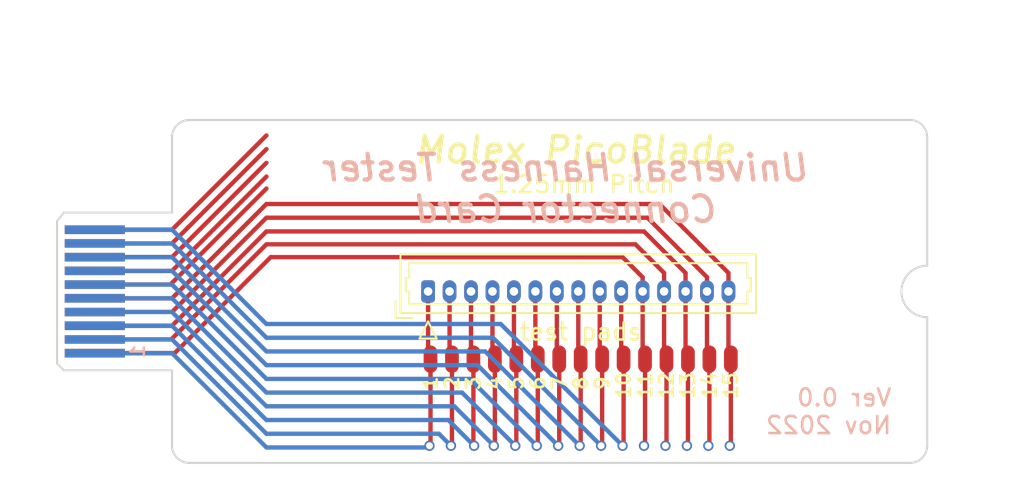
<source format=kicad_pcb>
(kicad_pcb (version 20171130) (host pcbnew "(5.1.10)-1")

  (general
    (thickness 1.6)
    (drawings 10)
    (tracks 154)
    (zones 0)
    (modules 3)
    (nets 16)
  )

  (page A)
  (title_block
    (title "Beetje 32U4 Blok")
    (date 2018-08-10)
    (rev 0.0)
    (company www.MakersBox.us)
    (comment 1 648.ken@gmail.com)
  )

  (layers
    (0 F.Cu signal)
    (31 B.Cu signal)
    (32 B.Adhes user)
    (33 F.Adhes user)
    (34 B.Paste user)
    (35 F.Paste user)
    (36 B.SilkS user hide)
    (37 F.SilkS user)
    (38 B.Mask user)
    (39 F.Mask user)
    (40 Dwgs.User user)
    (41 Cmts.User user)
    (42 Eco1.User user)
    (43 Eco2.User user)
    (44 Edge.Cuts user)
    (45 Margin user)
    (46 B.CrtYd user hide)
    (47 F.CrtYd user)
    (48 B.Fab user hide)
    (49 F.Fab user)
  )

  (setup
    (last_trace_width 0.254)
    (user_trace_width 0.254)
    (user_trace_width 0.3048)
    (user_trace_width 0.3556)
    (user_trace_width 0.4064)
    (user_trace_width 0.6096)
    (trace_clearance 0.2)
    (zone_clearance 0.35)
    (zone_45_only no)
    (trace_min 0.2)
    (via_size 0.6)
    (via_drill 0.4)
    (via_min_size 0.4)
    (via_min_drill 0.3)
    (uvia_size 0.3)
    (uvia_drill 0.1)
    (uvias_allowed no)
    (uvia_min_size 0.2)
    (uvia_min_drill 0.1)
    (edge_width 0.15)
    (segment_width 0.2)
    (pcb_text_width 0.3)
    (pcb_text_size 1.5 1.5)
    (mod_edge_width 0.15)
    (mod_text_size 1 1)
    (mod_text_width 0.15)
    (pad_size 0.5 3.500001)
    (pad_drill 0)
    (pad_to_mask_clearance 0)
    (aux_axis_origin 0 0)
    (grid_origin 137 87)
    (visible_elements 7FFFFFFF)
    (pcbplotparams
      (layerselection 0x010f0_80000001)
      (usegerberextensions false)
      (usegerberattributes true)
      (usegerberadvancedattributes true)
      (creategerberjobfile true)
      (excludeedgelayer true)
      (linewidth 0.100000)
      (plotframeref false)
      (viasonmask false)
      (mode 1)
      (useauxorigin false)
      (hpglpennumber 1)
      (hpglpenspeed 20)
      (hpglpendiameter 15.000000)
      (psnegative false)
      (psa4output false)
      (plotreference true)
      (plotvalue true)
      (plotinvisibletext false)
      (padsonsilk false)
      (subtractmaskfromsilk false)
      (outputformat 1)
      (mirror false)
      (drillshape 0)
      (scaleselection 1)
      (outputdirectory "gerbers/"))
  )

  (net 0 "")
  (net 1 /01)
  (net 2 /02)
  (net 3 /04)
  (net 4 /05)
  (net 5 /06)
  (net 6 /07)
  (net 7 /08)
  (net 8 /03)
  (net 9 /11)
  (net 10 /12)
  (net 11 /13)
  (net 12 /14)
  (net 13 /15)
  (net 14 /09)
  (net 15 /10)

  (net_class Default "This is the default net class."
    (clearance 0.2)
    (trace_width 0.25)
    (via_dia 0.6)
    (via_drill 0.4)
    (uvia_dia 0.3)
    (uvia_drill 0.1)
    (add_net /01)
    (add_net /02)
    (add_net /03)
    (add_net /04)
    (add_net /05)
    (add_net /06)
    (add_net /07)
    (add_net /08)
    (add_net /09)
    (add_net /10)
    (add_net /11)
    (add_net /12)
    (add_net /13)
    (add_net /14)
    (add_net /15)
  )

  (module footprints:Molex_PicoBlade_53047-1510_1x15_P1.25mm_Vertical (layer F.Cu) (tedit 6371A0A9) (tstamp 63746BE7)
    (at 131.92 87)
    (descr "Molex PicoBlade Connector System, 53047-1510, 15 Pins per row (http://www.molex.com/pdm_docs/sd/530470610_sd.pdf), generated with kicad-footprint-generator")
    (tags "connector Molex PicoBlade side entry")
    (path /63B2CD8F)
    (fp_text reference J1 (at -1.27 -3.25) (layer F.SilkS) hide
      (effects (font (size 1 1) (thickness 0.15)))
    )
    (fp_text value "1.25mm Pitch" (at 9.08 -6.25) (layer F.SilkS)
      (effects (font (size 1 1) (thickness 0.15)))
    )
    (fp_line (start 0.5 2.75) (end 0 1.75) (layer F.SilkS) (width 0.12))
    (fp_line (start -0.5 2.75) (end 0.5 2.75) (layer F.SilkS) (width 0.12))
    (fp_line (start 0 1.75) (end -0.5 2.75) (layer F.SilkS) (width 0.12))
    (fp_line (start 19.5 -2.55) (end -2 -2.55) (layer F.CrtYd) (width 0.05))
    (fp_line (start 19.5 1.65) (end 19.5 -2.55) (layer F.CrtYd) (width 0.05))
    (fp_line (start -2 1.65) (end 19.5 1.65) (layer F.CrtYd) (width 0.05))
    (fp_line (start -2 -2.55) (end -2 1.65) (layer F.CrtYd) (width 0.05))
    (fp_line (start 0 0.442893) (end 0.5 1.15) (layer F.Fab) (width 0.1))
    (fp_line (start -0.5 1.15) (end 0 0.442893) (layer F.Fab) (width 0.1))
    (fp_line (start -1.9 1.55) (end -0.9 1.55) (layer F.SilkS) (width 0.12))
    (fp_line (start -1.9 1.55) (end -1.9 0.55) (layer F.SilkS) (width 0.12))
    (fp_line (start 18.6 -1.65) (end 8.75 -1.65) (layer F.SilkS) (width 0.12))
    (fp_line (start 18.6 -0.8) (end 18.6 -1.65) (layer F.SilkS) (width 0.12))
    (fp_line (start 18.8 -0.8) (end 18.6 -0.8) (layer F.SilkS) (width 0.12))
    (fp_line (start 18.8 0) (end 18.8 -0.8) (layer F.SilkS) (width 0.12))
    (fp_line (start 18.6 0) (end 18.8 0) (layer F.SilkS) (width 0.12))
    (fp_line (start 18.6 0.75) (end 18.6 0) (layer F.SilkS) (width 0.12))
    (fp_line (start 8.75 0.75) (end 18.6 0.75) (layer F.SilkS) (width 0.12))
    (fp_line (start -1.1 -1.65) (end 8.75 -1.65) (layer F.SilkS) (width 0.12))
    (fp_line (start -1.1 -0.8) (end -1.1 -1.65) (layer F.SilkS) (width 0.12))
    (fp_line (start -1.3 -0.8) (end -1.1 -0.8) (layer F.SilkS) (width 0.12))
    (fp_line (start -1.3 0) (end -1.3 -0.8) (layer F.SilkS) (width 0.12))
    (fp_line (start -1.1 0) (end -1.3 0) (layer F.SilkS) (width 0.12))
    (fp_line (start -1.1 0.75) (end -1.1 0) (layer F.SilkS) (width 0.12))
    (fp_line (start 8.75 0.75) (end -1.1 0.75) (layer F.SilkS) (width 0.12))
    (fp_line (start 19.11 -2.16) (end -1.61 -2.16) (layer F.SilkS) (width 0.12))
    (fp_line (start 19.11 1.26) (end 19.11 -2.16) (layer F.SilkS) (width 0.12))
    (fp_line (start -1.61 1.26) (end 19.11 1.26) (layer F.SilkS) (width 0.12))
    (fp_line (start -1.61 -2.16) (end -1.61 1.26) (layer F.SilkS) (width 0.12))
    (fp_line (start 19 -2.05) (end -1.5 -2.05) (layer F.Fab) (width 0.1))
    (fp_line (start 19 1.15) (end 19 -2.05) (layer F.Fab) (width 0.1))
    (fp_line (start -1.5 1.15) (end 19 1.15) (layer F.Fab) (width 0.1))
    (fp_line (start -1.5 -2.05) (end -1.5 1.15) (layer F.Fab) (width 0.1))
    (fp_text user %R (at 8.75 -1.35) (layer F.Fab)
      (effects (font (size 1 1) (thickness 0.15)))
    )
    (pad 15 thru_hole oval (at 17.5 0) (size 0.8 1.3) (drill 0.5) (layers *.Cu *.Mask)
      (net 13 /15))
    (pad 14 thru_hole oval (at 16.25 0) (size 0.8 1.3) (drill 0.5) (layers *.Cu *.Mask)
      (net 12 /14))
    (pad 13 thru_hole oval (at 15 0) (size 0.8 1.3) (drill 0.5) (layers *.Cu *.Mask)
      (net 11 /13))
    (pad 12 thru_hole oval (at 13.75 0) (size 0.8 1.3) (drill 0.5) (layers *.Cu *.Mask)
      (net 10 /12))
    (pad 11 thru_hole oval (at 12.5 0) (size 0.8 1.3) (drill 0.5) (layers *.Cu *.Mask)
      (net 9 /11))
    (pad 10 thru_hole oval (at 11.25 0) (size 0.8 1.3) (drill 0.5) (layers *.Cu *.Mask)
      (net 15 /10))
    (pad 9 thru_hole oval (at 10 0) (size 0.8 1.3) (drill 0.5) (layers *.Cu *.Mask)
      (net 14 /09))
    (pad 8 thru_hole oval (at 8.75 0) (size 0.8 1.3) (drill 0.5) (layers *.Cu *.Mask)
      (net 7 /08))
    (pad 7 thru_hole oval (at 7.5 0) (size 0.8 1.3) (drill 0.5) (layers *.Cu *.Mask)
      (net 6 /07))
    (pad 6 thru_hole oval (at 6.25 0) (size 0.8 1.3) (drill 0.5) (layers *.Cu *.Mask)
      (net 5 /06))
    (pad 5 thru_hole oval (at 5 0) (size 0.8 1.3) (drill 0.5) (layers *.Cu *.Mask)
      (net 4 /05))
    (pad 4 thru_hole oval (at 3.75 0) (size 0.8 1.3) (drill 0.5) (layers *.Cu *.Mask)
      (net 3 /04))
    (pad 3 thru_hole oval (at 2.5 0) (size 0.8 1.3) (drill 0.5) (layers *.Cu *.Mask)
      (net 8 /03))
    (pad 2 thru_hole oval (at 1.25 0) (size 0.8 1.3) (drill 0.5) (layers *.Cu *.Mask)
      (net 2 /02))
    (pad 1 thru_hole roundrect (at 0 0) (size 0.8 1.3) (drill 0.5) (layers *.Cu *.Mask) (roundrect_rratio 0.25)
      (net 1 /01))
    (model ${KIPRJMOD}/3D/53047-1510.stp
      (offset (xyz 8.75 0.5 2))
      (scale (xyz 1 1 1))
      (rotate (xyz 0 0 0))
    )
  )

  (module Connector_Molex:Molex_PicoBlade_53261-1571_1x15-1MP_P1.25mm_Horizontal (layer F.Cu) (tedit 6371B53D) (tstamp 63747190)
    (at 140.81 93.35)
    (descr "Molex PicoBlade series connector, 53261-1571 (http://www.molex.com/pdm_docs/sd/532610271_sd.pdf), generated with kicad-footprint-generator")
    (tags "connector Molex PicoBlade top entry")
    (path /63B594FE)
    (attr smd)
    (fp_text reference J3 (at 0 -4.4) (layer F.SilkS) hide
      (effects (font (size 1 1) (thickness 0.15)))
    )
    (fp_text value "test pads" (at 0 -4) (layer F.SilkS)
      (effects (font (size 1 1) (thickness 0.15)))
    )
    (fp_text user 1 (at -8.75 -1 90) (layer F.SilkS)
      (effects (font (size 0.8 0.8) (thickness 0.15)))
    )
    (fp_text user 2 (at -7.5 -1 90) (layer F.SilkS)
      (effects (font (size 0.8 0.8) (thickness 0.15)))
    )
    (fp_text user 3 (at -6.25 -1 90) (layer F.SilkS)
      (effects (font (size 0.8 0.8) (thickness 0.15)))
    )
    (fp_text user 4 (at -5 -1 90) (layer F.SilkS)
      (effects (font (size 0.8 0.8) (thickness 0.15)))
    )
    (fp_text user 5 (at -3.75 -1 90) (layer F.SilkS)
      (effects (font (size 0.8 0.8) (thickness 0.15)))
    )
    (fp_text user 6 (at -2.5 -1 90) (layer F.SilkS)
      (effects (font (size 0.8 0.8) (thickness 0.15)))
    )
    (fp_text user 7 (at -1.25 -1 90) (layer F.SilkS)
      (effects (font (size 0.8 0.8) (thickness 0.15)))
    )
    (fp_text user 8 (at 0 -1 90) (layer F.SilkS)
      (effects (font (size 0.8 0.8) (thickness 0.15)))
    )
    (fp_text user 9 (at 1.25 -1 90) (layer F.SilkS)
      (effects (font (size 0.8 0.8) (thickness 0.15)))
    )
    (fp_text user 10 (at 2.5 0 90) (layer F.SilkS)
      (effects (font (size 0.8 0.8) (thickness 0.15)) (justify left))
    )
    (fp_text user 11 (at 3.75 0 90) (layer F.SilkS)
      (effects (font (size 0.8 0.8) (thickness 0.15)) (justify left))
    )
    (fp_text user 12 (at 5 0 90) (layer F.SilkS)
      (effects (font (size 0.8 0.8) (thickness 0.15)) (justify left))
    )
    (fp_text user 13 (at 6.25 0 90) (layer F.SilkS)
      (effects (font (size 0.8 0.8) (thickness 0.15)) (justify left))
    )
    (fp_text user 14 (at 7.5 0 90) (layer F.SilkS)
      (effects (font (size 0.8 0.8) (thickness 0.15)) (justify left))
    )
    (fp_text user 15 (at 8.75 0 90) (layer F.SilkS)
      (effects (font (size 0.8 0.8) (thickness 0.15)) (justify left))
    )
    (pad 1 smd oval (at -8.75 -2.4) (size 0.8 1.6) (layers F.Cu F.Paste F.Mask)
      (net 1 /01))
    (pad 2 smd oval (at -7.5 -2.4) (size 0.8 1.6) (layers F.Cu F.Paste F.Mask)
      (net 2 /02))
    (pad 3 smd oval (at -6.25 -2.4) (size 0.8 1.6) (layers F.Cu F.Paste F.Mask)
      (net 8 /03))
    (pad 4 smd oval (at -5 -2.4) (size 0.8 1.6) (layers F.Cu F.Paste F.Mask)
      (net 3 /04))
    (pad 5 smd oval (at -3.75 -2.4) (size 0.8 1.6) (layers F.Cu F.Paste F.Mask)
      (net 4 /05))
    (pad 6 smd oval (at -2.5 -2.4) (size 0.8 1.6) (layers F.Cu F.Paste F.Mask)
      (net 5 /06))
    (pad 7 smd oval (at -1.25 -2.4) (size 0.8 1.6) (layers F.Cu F.Paste F.Mask)
      (net 6 /07))
    (pad 8 smd oval (at 0 -2.4) (size 0.8 1.6) (layers F.Cu F.Paste F.Mask)
      (net 7 /08))
    (pad 9 smd oval (at 1.25 -2.4) (size 0.8 1.6) (layers F.Cu F.Paste F.Mask)
      (net 14 /09))
    (pad 10 smd oval (at 2.5 -2.4) (size 0.8 1.6) (layers F.Cu F.Paste F.Mask)
      (net 15 /10))
    (pad 11 smd oval (at 3.75 -2.4) (size 0.8 1.6) (layers F.Cu F.Paste F.Mask)
      (net 9 /11))
    (pad 12 smd oval (at 5 -2.4) (size 0.8 1.6) (layers F.Cu F.Paste F.Mask)
      (net 10 /12))
    (pad 13 smd oval (at 6.25 -2.4) (size 0.8 1.6) (layers F.Cu F.Paste F.Mask)
      (net 11 /13))
    (pad 14 smd oval (at 7.5 -2.4) (size 0.8 1.6) (layers F.Cu F.Paste F.Mask)
      (net 12 /14))
    (pad 15 smd oval (at 8.75 -2.4) (size 0.8 1.6) (layers F.Cu F.Paste F.Mask)
      (net 13 /15))
  )

  (module footprints:MEC8_card locked (layer F.Cu) (tedit 63706177) (tstamp 63714F1F)
    (at 112.5 87 90)
    (descr "0.8mm RIGHT ANGLE EDGE CARD ASSEMBLY.")
    (path /63BB3F50)
    (fp_text reference J0 (at 0 -3.5 90) (layer F.SilkS) hide
      (effects (font (size 0.788457 0.788457) (thickness 0.15)))
    )
    (fp_text value "Card Edge" (at -0.1 -4.8 90) (layer F.Fab)
      (effects (font (size 0.787685 0.787685) (thickness 0.15)))
    )
    (fp_line (start 0 50.5) (end 0 45.42) (layer Dwgs.User) (width 0.12))
    (fp_line (start -3.6 -1.75) (end 3.6 -1.75) (layer Dwgs.User) (width 0.12))
    (fp_line (start -9 48.5) (end -1.5 48.5) (layer Edge.Cuts) (width 0.12))
    (fp_line (start 9 48.5) (end 1.5 48.5) (layer Edge.Cuts) (width 0.12))
    (fp_line (start 10 47.5) (end 10 5.5) (layer Edge.Cuts) (width 0.12))
    (fp_line (start 4.6 4.5) (end 9 4.5) (layer Edge.Cuts) (width 0.12))
    (fp_line (start -4.6 4.5) (end -9 4.5) (layer Edge.Cuts) (width 0.12))
    (fp_line (start -10 5.5) (end -10 47.5) (layer Edge.Cuts) (width 0.12))
    (fp_line (start -4.6 -1.8) (end -4.2 -2.2) (layer Edge.Cuts) (width 0.12))
    (fp_line (start 4.6 -1.8) (end 4.1 -2.2) (layer Edge.Cuts) (width 0.12))
    (fp_line (start 4.1 -2.2) (end -4.2 -2.2) (layer Edge.Cuts) (width 0.12))
    (fp_line (start -4.6 -1.8) (end -4.6 4.5) (layer Edge.Cuts) (width 0.12))
    (fp_line (start 4.6 -1.8) (end 4.6 4.5) (layer Edge.Cuts) (width 0.12))
    (fp_text user 1 (at -3.5 2.5 90) (layer B.SilkS)
      (effects (font (size 0.788882 0.788882) (thickness 0.15)) (justify mirror))
    )
    (fp_arc (start 0 48.5) (end 1.5 48.5) (angle -180) (layer Edge.Cuts) (width 0.12))
    (fp_arc (start -9 47.5) (end -10 47.5) (angle -90) (layer Edge.Cuts) (width 0.12))
    (fp_arc (start 9 47.5) (end 9 48.5) (angle -90) (layer Edge.Cuts) (width 0.12))
    (fp_arc (start -9 5.5) (end -9 4.5) (angle -90) (layer Edge.Cuts) (width 0.12))
    (fp_arc (start 9 5.5) (end 10 5.5) (angle -90) (layer Edge.Cuts) (width 0.12))
    (pad 20 smd rect (at 3.6 0 90) (size 0.5 3.5) (layers F.Cu F.Paste F.Mask))
    (pad 11 smd rect (at -3.6 0 90) (size 0.5 3.5) (layers F.Cu F.Paste F.Mask)
      (net 9 /11))
    (pad 12 smd rect (at -2.8 0 90) (size 0.5 3.5) (layers F.Cu F.Paste F.Mask)
      (net 10 /12))
    (pad 13 smd rect (at -2 0 90) (size 0.5 3.500001) (layers F.Cu F.Paste F.Mask)
      (net 11 /13))
    (pad 14 smd rect (at -1.2 0 90) (size 0.5 3.5) (layers F.Cu F.Paste F.Mask)
      (net 12 /14))
    (pad 15 smd rect (at -0.4 0 90) (size 0.5 3.5) (layers F.Cu F.Paste F.Mask)
      (net 13 /15))
    (pad 16 smd rect (at 0.4 0 90) (size 0.5 3.5) (layers F.Cu F.Paste F.Mask))
    (pad 17 smd rect (at 1.2 0 90) (size 0.5 3.5) (layers F.Cu F.Paste F.Mask))
    (pad 18 smd rect (at 2 0 90) (size 0.5 3.5) (layers F.Cu F.Paste F.Mask))
    (pad 19 smd rect (at 2.8 0 90) (size 0.5 3.5) (layers F.Cu F.Paste F.Mask))
    (pad 1 smd rect (at -3.6 0 90) (size 0.5 3.5) (layers B.Cu B.Paste B.Mask)
      (net 1 /01))
    (pad 2 smd rect (at -2.8 0 90) (size 0.5 3.5) (layers B.Cu B.Paste B.Mask)
      (net 2 /02))
    (pad 3 smd rect (at -2 0 90) (size 0.5 3.5) (layers B.Cu B.Paste B.Mask)
      (net 8 /03))
    (pad 4 smd rect (at -1.2 0 90) (size 0.5 3.5) (layers B.Cu B.Paste B.Mask)
      (net 3 /04))
    (pad 5 smd rect (at -0.4 0 90) (size 0.5 3.5) (layers B.Cu B.Paste B.Mask)
      (net 4 /05))
    (pad 6 smd rect (at 0.4 0 90) (size 0.5 3.5) (layers B.Cu B.Paste B.Mask)
      (net 5 /06))
    (pad 7 smd rect (at 1.2 0 90) (size 0.5 3.5) (layers B.Cu B.Paste B.Mask)
      (net 6 /07))
    (pad 8 smd rect (at 2 0 90) (size 0.5 3.5) (layers B.Cu B.Paste B.Mask)
      (net 7 /08))
    (pad 9 smd rect (at 2.8 0 90) (size 0.5 3.5) (layers B.Cu B.Paste B.Mask)
      (net 14 /09))
    (pad 10 smd rect (at 3.6 0 90) (size 0.5 3.5) (layers B.Cu B.Paste B.Mask)
      (net 15 /10))
  )

  (gr_text "Molex PicoBlade" (at 140.5 78.75) (layer F.SilkS)
    (effects (font (size 1.5 1.5) (thickness 0.25) italic))
  )
  (gr_line (start 125.7 96) (end 151.9 96) (layer Dwgs.User) (width 0.15))
  (dimension 5.5 (width 0.15) (layer Dwgs.User)
    (gr_text "5.500 mm" (at 119.75 99.8) (layer Dwgs.User)
      (effects (font (size 1 1) (thickness 0.15)))
    )
    (feature1 (pts (xy 122.5 96) (xy 122.5 99.086421)))
    (feature2 (pts (xy 117 96) (xy 117 99.086421)))
    (crossbar (pts (xy 117 98.5) (xy 122.5 98.5)))
    (arrow1a (pts (xy 122.5 98.5) (xy 121.373496 99.086421)))
    (arrow1b (pts (xy 122.5 98.5) (xy 121.373496 97.913579)))
    (arrow2a (pts (xy 117 98.5) (xy 118.126504 99.086421)))
    (arrow2b (pts (xy 117 98.5) (xy 118.126504 97.913579)))
  )
  (gr_line (start 122.5 96.5) (end 122.5 77.5) (layer Dwgs.User) (width 0.15))
  (gr_line (start 117 91) (end 117 83) (layer Dwgs.User) (width 0.15))
  (gr_text "Universal Harness Tester\nConnector Card" (at 140 81) (layer B.SilkS)
    (effects (font (size 1.5 1.5) (thickness 0.25) italic) (justify mirror))
  )
  (gr_text "Ver 0.0\nNov 2022" (at 159 94) (layer B.SilkS)
    (effects (font (size 1 1) (thickness 0.15)) (justify left mirror))
  )
  (dimension 51 (width 0.15) (layer Dwgs.User) (tstamp 6371AC91)
    (gr_text "51 mm" (at 135.5 70.7) (layer Dwgs.User) (tstamp 6371AC91)
      (effects (font (size 1 1) (thickness 0.15)))
    )
    (feature1 (pts (xy 110 82) (xy 110 71.413579)))
    (feature2 (pts (xy 161 82) (xy 161 71.413579)))
    (crossbar (pts (xy 161 72) (xy 110 72)))
    (arrow1a (pts (xy 110 72) (xy 111.126504 71.413579)))
    (arrow1b (pts (xy 110 72) (xy 111.126504 72.586421)))
    (arrow2a (pts (xy 161 72) (xy 159.873496 71.413579)))
    (arrow2b (pts (xy 161 72) (xy 159.873496 72.586421)))
  )
  (dimension 44 (width 0.15) (layer Dwgs.User) (tstamp 63716C7C)
    (gr_text "44 mm" (at 139 73.7) (layer Dwgs.User) (tstamp 63716C7C)
      (effects (font (size 1 1) (thickness 0.15)) hide)
    )
    (feature1 (pts (xy 117 78) (xy 117 74.413579)))
    (feature2 (pts (xy 161 78) (xy 161 74.413579)))
    (crossbar (pts (xy 161 75) (xy 117 75)))
    (arrow1a (pts (xy 117 75) (xy 118.126504 74.413579)))
    (arrow1b (pts (xy 117 75) (xy 118.126504 75.586421)))
    (arrow2a (pts (xy 161 75) (xy 159.873496 74.413579)))
    (arrow2b (pts (xy 161 75) (xy 159.873496 75.586421)))
  )
  (dimension 20 (width 0.15) (layer Dwgs.User)
    (gr_text "20 mm" (at 165.3 87 -90) (layer Dwgs.User)
      (effects (font (size 1 1) (thickness 0.15)))
    )
    (feature1 (pts (xy 160 97) (xy 164.586421 97)))
    (feature2 (pts (xy 160 77) (xy 164.586421 77)))
    (crossbar (pts (xy 164 77) (xy 164 97)))
    (arrow1a (pts (xy 164 97) (xy 163.413579 95.873496)))
    (arrow1b (pts (xy 164 97) (xy 164.586421 95.873496)))
    (arrow2a (pts (xy 164 77) (xy 163.413579 78.126504)))
    (arrow2b (pts (xy 164 77) (xy 164.586421 78.126504)))
  )

  (segment (start 112.5 83.4) (end 117 83.4) (width 0.254) (layer F.Cu) (net 0) (status 10))
  (segment (start 112.5 84.2) (end 117 84.2) (width 0.254) (layer F.Cu) (net 0) (status 10))
  (segment (start 117 83.4) (end 122.5 77.9) (width 0.254) (layer F.Cu) (net 0))
  (segment (start 117 84.2) (end 122.5 78.7) (width 0.254) (layer F.Cu) (net 0))
  (segment (start 112.5 83.4) (end 117 83.4) (width 0.254) (layer B.Cu) (net 15) (status 10))
  (segment (start 117 83.4) (end 122.5 88.9) (width 0.254) (layer B.Cu) (net 15))
  (segment (start 112.5 85) (end 117 85) (width 0.254) (layer F.Cu) (net 0) (status 10))
  (segment (start 117 85) (end 122.5 79.5) (width 0.254) (layer F.Cu) (net 0))
  (segment (start 112.5 85.8) (end 117 85.8) (width 0.254) (layer F.Cu) (net 0) (status 10))
  (segment (start 117 85.8) (end 122.5 80.3) (width 0.254) (layer F.Cu) (net 0))
  (segment (start 112.5 86.6) (end 117 86.6) (width 0.254) (layer F.Cu) (net 0) (status 10))
  (segment (start 117 86.6) (end 117 86.5) (width 0.254) (layer F.Cu) (net 0))
  (segment (start 117 86.5) (end 122.5 81) (width 0.254) (layer F.Cu) (net 0))
  (segment (start 112.5 87.4) (end 117 87.4) (width 0.254) (layer F.Cu) (net 13) (status 10))
  (segment (start 117 87.4) (end 122.5 81.9) (width 0.254) (layer F.Cu) (net 13))
  (segment (start 112.5 88.2) (end 117 88.2) (width 0.254) (layer F.Cu) (net 12) (status 10))
  (segment (start 117 88.2) (end 122.5 82.7) (width 0.254) (layer F.Cu) (net 12))
  (segment (start 112.5 84.2) (end 117 84.2) (width 0.254) (layer B.Cu) (net 14) (status 10))
  (segment (start 117 84.2) (end 122.5 89.7) (width 0.254) (layer B.Cu) (net 14))
  (segment (start 117 90.6) (end 122.5 96.1) (width 0.254) (layer B.Cu) (net 1))
  (segment (start 112.5 90.6) (end 117 90.6) (width 0.254) (layer B.Cu) (net 1) (status 10))
  (segment (start 131.92 90.81) (end 132.06 90.95) (width 0.254) (layer F.Cu) (net 1) (status 30))
  (segment (start 131.92 87) (end 131.92 90.81) (width 0.254) (layer F.Cu) (net 1) (status 30))
  (via (at 132 96) (size 0.6) (drill 0.4) (layers F.Cu B.Cu) (net 1))
  (segment (start 132.06 95.94) (end 132 96) (width 0.254) (layer F.Cu) (net 1))
  (segment (start 132.06 90.95) (end 132.06 95.94) (width 0.254) (layer F.Cu) (net 1) (status 10))
  (segment (start 131.9 96.1) (end 132 96) (width 0.254) (layer B.Cu) (net 1))
  (segment (start 122.5 96.1) (end 131.9 96.1) (width 0.254) (layer B.Cu) (net 1))
  (segment (start 112.5 89.8) (end 117 89.8) (width 0.254) (layer B.Cu) (net 2) (status 10))
  (segment (start 117 89.8) (end 122.5 95.3) (width 0.254) (layer B.Cu) (net 2))
  (segment (start 133.17 90.81) (end 133.31 90.95) (width 0.254) (layer F.Cu) (net 2) (status 30))
  (segment (start 133.17 87) (end 133.17 90.81) (width 0.254) (layer F.Cu) (net 2) (status 30))
  (segment (start 133.31 95.81) (end 133.4 95.9) (width 0.254) (layer F.Cu) (net 2))
  (segment (start 133.31 90.95) (end 133.31 95.81) (width 0.254) (layer F.Cu) (net 2) (status 10))
  (via (at 133.25 96) (size 0.6) (drill 0.4) (layers F.Cu B.Cu) (net 2))
  (segment (start 133.31 95.94) (end 133.25 96) (width 0.254) (layer F.Cu) (net 2))
  (segment (start 133.31 95.81) (end 133.31 95.94) (width 0.254) (layer F.Cu) (net 2))
  (segment (start 132.55 95.3) (end 133.25 96) (width 0.254) (layer B.Cu) (net 2))
  (segment (start 122.5 95.3) (end 132.55 95.3) (width 0.254) (layer B.Cu) (net 2))
  (segment (start 112.5 88.2) (end 117 88.2) (width 0.254) (layer B.Cu) (net 3) (status 10))
  (segment (start 117 88.2) (end 122.5 93.7) (width 0.254) (layer B.Cu) (net 3))
  (segment (start 135.67 90.81) (end 135.81 90.95) (width 0.254) (layer F.Cu) (net 3) (status 30))
  (segment (start 135.67 87) (end 135.67 90.81) (width 0.254) (layer F.Cu) (net 3) (status 30))
  (via (at 135.75 96) (size 0.6) (drill 0.4) (layers F.Cu B.Cu) (net 3))
  (segment (start 135.81 95.94) (end 135.75 96) (width 0.254) (layer F.Cu) (net 3))
  (segment (start 135.81 90.95) (end 135.81 95.94) (width 0.254) (layer F.Cu) (net 3) (status 10))
  (segment (start 133.45 93.7) (end 135.75 96) (width 0.254) (layer B.Cu) (net 3))
  (segment (start 122.5 93.7) (end 133.45 93.7) (width 0.254) (layer B.Cu) (net 3))
  (segment (start 112.5 87.4) (end 117 87.4) (width 0.254) (layer B.Cu) (net 4) (status 10))
  (segment (start 117 87.4) (end 122.5 92.9) (width 0.254) (layer B.Cu) (net 4))
  (segment (start 136.92 90.81) (end 137.06 90.95) (width 0.254) (layer F.Cu) (net 4) (status 30))
  (segment (start 136.92 87) (end 136.92 90.81) (width 0.254) (layer F.Cu) (net 4) (status 30))
  (via (at 137 96) (size 0.6) (drill 0.4) (layers F.Cu B.Cu) (net 4))
  (segment (start 137.06 95.94) (end 137 96) (width 0.254) (layer F.Cu) (net 4))
  (segment (start 137.06 90.95) (end 137.06 95.94) (width 0.254) (layer F.Cu) (net 4) (status 10))
  (segment (start 133.9 92.9) (end 137 96) (width 0.254) (layer B.Cu) (net 4))
  (segment (start 122.5 92.9) (end 133.9 92.9) (width 0.254) (layer B.Cu) (net 4))
  (segment (start 112.5 86.6) (end 117 86.6) (width 0.254) (layer B.Cu) (net 5) (status 10))
  (segment (start 117 86.6) (end 122.5 92.1) (width 0.254) (layer B.Cu) (net 5))
  (segment (start 138.17 90.81) (end 138.31 90.95) (width 0.254) (layer F.Cu) (net 5) (status 30))
  (segment (start 138.17 87) (end 138.17 90.81) (width 0.254) (layer F.Cu) (net 5) (status 30))
  (via (at 138.25 96) (size 0.6) (drill 0.4) (layers F.Cu B.Cu) (net 5))
  (segment (start 138.31 95.94) (end 138.25 96) (width 0.254) (layer F.Cu) (net 5))
  (segment (start 138.31 90.95) (end 138.31 95.94) (width 0.254) (layer F.Cu) (net 5) (status 10))
  (segment (start 134.35 92.1) (end 138.25 96) (width 0.254) (layer B.Cu) (net 5))
  (segment (start 122.5 92.1) (end 134.35 92.1) (width 0.254) (layer B.Cu) (net 5))
  (segment (start 112.5 85.8) (end 117 85.8) (width 0.254) (layer B.Cu) (net 6) (status 10))
  (segment (start 117 85.8) (end 122.5 91.3) (width 0.254) (layer B.Cu) (net 6))
  (segment (start 139.42 90.81) (end 139.56 90.95) (width 0.254) (layer F.Cu) (net 6) (status 30))
  (segment (start 139.42 87) (end 139.42 90.81) (width 0.254) (layer F.Cu) (net 6) (status 30))
  (via (at 139.5 96) (size 0.6) (drill 0.4) (layers F.Cu B.Cu) (net 6))
  (segment (start 139.56 95.94) (end 139.5 96) (width 0.254) (layer F.Cu) (net 6))
  (segment (start 139.56 90.95) (end 139.56 95.94) (width 0.254) (layer F.Cu) (net 6) (status 10))
  (segment (start 134.8 91.3) (end 139.5 96) (width 0.254) (layer B.Cu) (net 6))
  (segment (start 122.5 91.3) (end 134.8 91.3) (width 0.254) (layer B.Cu) (net 6))
  (segment (start 112.5 85) (end 117 85) (width 0.254) (layer B.Cu) (net 7) (status 10))
  (segment (start 117 85) (end 122.5 90.5) (width 0.254) (layer B.Cu) (net 7))
  (segment (start 140.67 90.81) (end 140.81 90.95) (width 0.254) (layer F.Cu) (net 7) (status 30))
  (segment (start 140.67 87) (end 140.67 90.81) (width 0.254) (layer F.Cu) (net 7) (status 30))
  (via (at 140.75 96) (size 0.6) (drill 0.4) (layers F.Cu B.Cu) (net 7))
  (segment (start 140.81 95.94) (end 140.75 96) (width 0.254) (layer F.Cu) (net 7))
  (segment (start 140.81 90.95) (end 140.81 95.94) (width 0.254) (layer F.Cu) (net 7) (status 10))
  (segment (start 135.25 90.5) (end 140.75 96) (width 0.254) (layer B.Cu) (net 7))
  (segment (start 122.5 90.5) (end 135.25 90.5) (width 0.254) (layer B.Cu) (net 7))
  (segment (start 112.5 89) (end 117 89) (width 0.254) (layer B.Cu) (net 8) (status 10))
  (segment (start 117 89) (end 122.5 94.5) (width 0.254) (layer B.Cu) (net 8))
  (segment (start 134.42 90.81) (end 134.56 90.95) (width 0.254) (layer F.Cu) (net 8) (status 30))
  (segment (start 134.42 87) (end 134.42 90.81) (width 0.254) (layer F.Cu) (net 8) (status 30))
  (via (at 134.6 96) (size 0.6) (drill 0.4) (layers F.Cu B.Cu) (net 8))
  (segment (start 134.56 95.96) (end 134.6 96) (width 0.254) (layer F.Cu) (net 8))
  (segment (start 134.56 90.95) (end 134.56 95.96) (width 0.254) (layer F.Cu) (net 8) (status 10))
  (segment (start 133.1 94.5) (end 134.6 96) (width 0.254) (layer B.Cu) (net 8))
  (segment (start 122.5 94.5) (end 133.1 94.5) (width 0.254) (layer B.Cu) (net 8))
  (segment (start 144.42 90.81) (end 144.56 90.95) (width 0.254) (layer F.Cu) (net 9) (status 30))
  (segment (start 144.42 87) (end 144.42 90.81) (width 0.254) (layer F.Cu) (net 9) (status 30))
  (via (at 144.5 96) (size 0.6) (drill 0.4) (layers F.Cu B.Cu) (net 9))
  (segment (start 144.56 95.94) (end 144.5 96) (width 0.254) (layer F.Cu) (net 9))
  (segment (start 144.56 90.95) (end 144.56 95.94) (width 0.254) (layer F.Cu) (net 9) (status 10))
  (segment (start 144.42 86.17) (end 144.42 87) (width 0.254) (layer F.Cu) (net 9) (status 20))
  (segment (start 143.25 85) (end 144.42 86.17) (width 0.254) (layer F.Cu) (net 9))
  (segment (start 122.75 85) (end 143.25 85) (width 0.254) (layer F.Cu) (net 9))
  (segment (start 117.15 90.6) (end 122.75 85) (width 0.254) (layer F.Cu) (net 9))
  (segment (start 112.5 90.6) (end 117.15 90.6) (width 0.254) (layer F.Cu) (net 9) (status 10))
  (segment (start 145.67 90.81) (end 145.81 90.95) (width 0.254) (layer F.Cu) (net 10) (status 30))
  (segment (start 145.67 87) (end 145.67 90.81) (width 0.254) (layer F.Cu) (net 10) (status 30))
  (via (at 145.75 96) (size 0.6) (drill 0.4) (layers F.Cu B.Cu) (net 10))
  (segment (start 145.81 95.94) (end 145.75 96) (width 0.254) (layer F.Cu) (net 10))
  (segment (start 145.81 90.95) (end 145.81 95.94) (width 0.254) (layer F.Cu) (net 10) (status 10))
  (segment (start 145.67 85.92) (end 145.67 87) (width 0.254) (layer F.Cu) (net 10) (status 20))
  (segment (start 144 84.25) (end 145.67 85.92) (width 0.254) (layer F.Cu) (net 10))
  (segment (start 122.5 84.25) (end 144 84.25) (width 0.254) (layer F.Cu) (net 10))
  (segment (start 117 89.75) (end 122.5 84.25) (width 0.254) (layer F.Cu) (net 10))
  (segment (start 117 89.8) (end 117 89.75) (width 0.254) (layer F.Cu) (net 10))
  (segment (start 112.5 89.8) (end 117 89.8) (width 0.254) (layer F.Cu) (net 10) (status 10))
  (segment (start 146.92 90.81) (end 147.06 90.95) (width 0.254) (layer F.Cu) (net 11) (status 30))
  (segment (start 146.92 87) (end 146.92 90.81) (width 0.254) (layer F.Cu) (net 11) (status 30))
  (via (at 147 96) (size 0.6) (drill 0.4) (layers F.Cu B.Cu) (net 11))
  (segment (start 147.06 95.94) (end 147 96) (width 0.254) (layer F.Cu) (net 11))
  (segment (start 147.06 90.95) (end 147.06 95.94) (width 0.254) (layer F.Cu) (net 11) (status 10))
  (segment (start 146.92 85.92) (end 146.92 87) (width 0.254) (layer F.Cu) (net 11) (status 20))
  (segment (start 144.5 83.5) (end 146.92 85.92) (width 0.254) (layer F.Cu) (net 11))
  (segment (start 122.5 83.5) (end 144.5 83.5) (width 0.254) (layer F.Cu) (net 11))
  (segment (start 117 89) (end 122.5 83.5) (width 0.254) (layer F.Cu) (net 11))
  (segment (start 112.5 89) (end 117 89) (width 0.254) (layer F.Cu) (net 11) (status 10))
  (segment (start 148.17 90.81) (end 148.31 90.95) (width 0.254) (layer F.Cu) (net 12) (status 30))
  (segment (start 148.17 87) (end 148.17 90.81) (width 0.254) (layer F.Cu) (net 12) (status 30))
  (via (at 148.25 96) (size 0.6) (drill 0.4) (layers F.Cu B.Cu) (net 12))
  (segment (start 148.31 95.94) (end 148.25 96) (width 0.254) (layer F.Cu) (net 12))
  (segment (start 148.31 90.95) (end 148.31 95.94) (width 0.254) (layer F.Cu) (net 12) (status 10))
  (segment (start 122.5 82.7) (end 144.7 82.7) (width 0.254) (layer F.Cu) (net 12))
  (segment (start 148.17 86.17) (end 148.17 87) (width 0.254) (layer F.Cu) (net 12) (status 20))
  (segment (start 144.7 82.7) (end 148.17 86.17) (width 0.254) (layer F.Cu) (net 12))
  (segment (start 149.42 90.81) (end 149.56 90.95) (width 0.254) (layer F.Cu) (net 13) (status 30))
  (segment (start 149.42 87) (end 149.42 90.81) (width 0.254) (layer F.Cu) (net 13) (status 30))
  (via (at 149.5 96) (size 0.6) (drill 0.4) (layers F.Cu B.Cu) (net 13))
  (segment (start 149.56 95.94) (end 149.5 96) (width 0.254) (layer F.Cu) (net 13))
  (segment (start 149.56 90.95) (end 149.56 95.94) (width 0.254) (layer F.Cu) (net 13) (status 10))
  (segment (start 122.5 81.9) (end 145.4 81.9) (width 0.254) (layer F.Cu) (net 13))
  (segment (start 149.42 85.92) (end 149.42 87) (width 0.254) (layer F.Cu) (net 13) (status 20))
  (segment (start 145.4 81.9) (end 149.42 85.92) (width 0.254) (layer F.Cu) (net 13))
  (segment (start 141.92 90.81) (end 142.06 90.95) (width 0.254) (layer F.Cu) (net 14) (status 30))
  (segment (start 141.92 87) (end 141.92 90.81) (width 0.254) (layer F.Cu) (net 14) (status 30))
  (via (at 142 96) (size 0.6) (drill 0.4) (layers F.Cu B.Cu) (net 14))
  (segment (start 142.06 95.94) (end 142 96) (width 0.254) (layer F.Cu) (net 14))
  (segment (start 142.06 90.95) (end 142.06 95.94) (width 0.254) (layer F.Cu) (net 14) (status 10))
  (segment (start 135.7 89.7) (end 142 96) (width 0.254) (layer B.Cu) (net 14))
  (segment (start 122.5 89.7) (end 135.7 89.7) (width 0.254) (layer B.Cu) (net 14))
  (segment (start 143.17 90.81) (end 143.31 90.95) (width 0.254) (layer F.Cu) (net 15) (status 30))
  (segment (start 143.17 87) (end 143.17 90.81) (width 0.254) (layer F.Cu) (net 15) (status 30))
  (via (at 143.25 96) (size 0.6) (drill 0.4) (layers F.Cu B.Cu) (net 15))
  (segment (start 143.31 95.94) (end 143.25 96) (width 0.254) (layer F.Cu) (net 15))
  (segment (start 143.31 90.95) (end 143.31 95.94) (width 0.254) (layer F.Cu) (net 15) (status 10))
  (segment (start 136.15 88.9) (end 143.25 96) (width 0.254) (layer B.Cu) (net 15))
  (segment (start 122.5 88.9) (end 136.15 88.9) (width 0.254) (layer B.Cu) (net 15))

)

</source>
